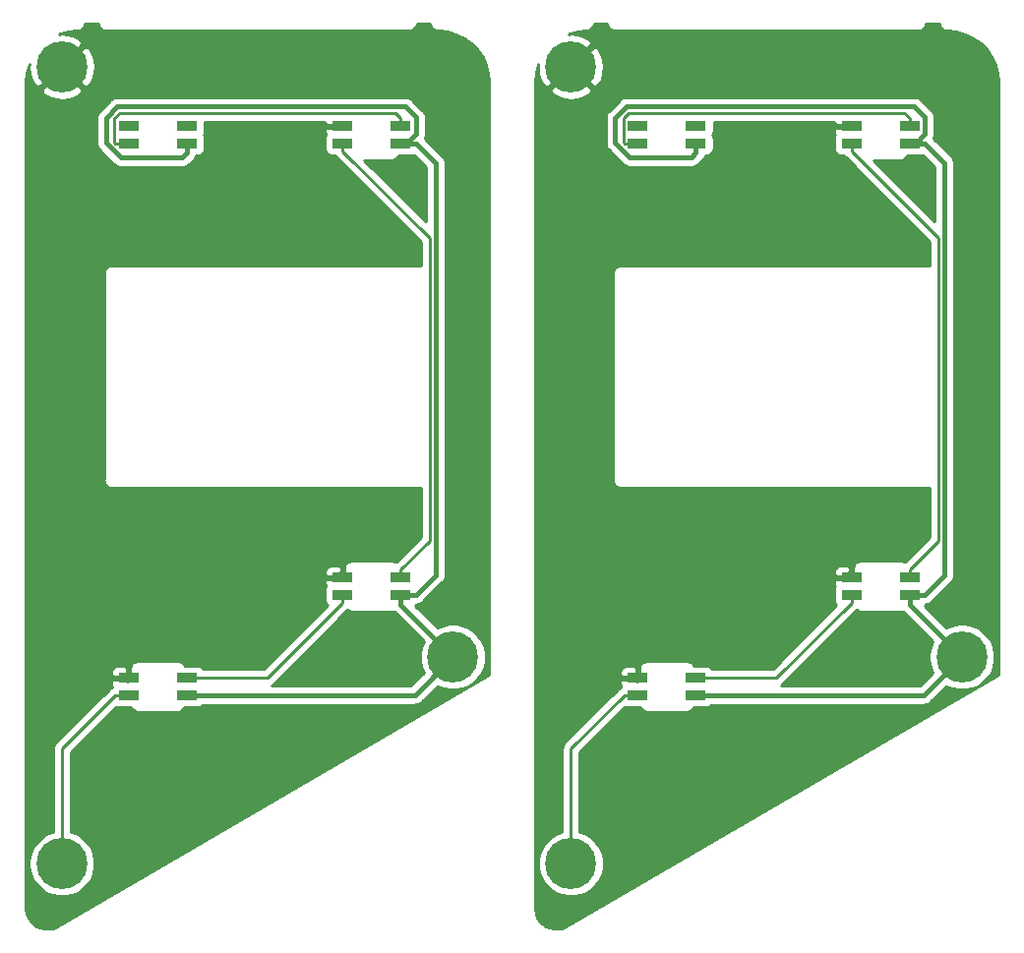
<source format=gbl>
G04 #@! TF.GenerationSoftware,KiCad,Pcbnew,5.1.5+dfsg1-2build2*
G04 #@! TF.CreationDate,2020-12-19T04:10:29+09:00*
G04 #@! TF.ProjectId,shield,73686965-6c64-42e6-9b69-6361645f7063,rev?*
G04 #@! TF.SameCoordinates,Original*
G04 #@! TF.FileFunction,Copper,L2,Bot*
G04 #@! TF.FilePolarity,Positive*
%FSLAX46Y46*%
G04 Gerber Fmt 4.6, Leading zero omitted, Abs format (unit mm)*
G04 Created by KiCad (PCBNEW 5.1.5+dfsg1-2build2) date 2020-12-19 04:10:29*
%MOMM*%
%LPD*%
G04 APERTURE LIST*
%ADD10R,1.800000X0.820000*%
%ADD11C,0.700000*%
%ADD12C,4.400000*%
%ADD13C,0.800000*%
%ADD14C,0.400000*%
%ADD15C,0.250000*%
%ADD16C,0.254000*%
G04 APERTURE END LIST*
D10*
X164425000Y-97905000D03*
X164425000Y-96405000D03*
X159425000Y-96405000D03*
X159425000Y-97905000D03*
D11*
X154836726Y-111228274D03*
X153670000Y-110745000D03*
X152503274Y-111228274D03*
X152020000Y-112395000D03*
X152503274Y-113561726D03*
X153670000Y-114045000D03*
X154836726Y-113561726D03*
X155320000Y-112395000D03*
D12*
X153670000Y-112395000D03*
X109855000Y-112395000D03*
D11*
X111505000Y-112395000D03*
X111021726Y-113561726D03*
X109855000Y-114045000D03*
X108688274Y-113561726D03*
X108205000Y-112395000D03*
X108688274Y-111228274D03*
X109855000Y-110745000D03*
X111021726Y-111228274D03*
D12*
X143510000Y-94615000D03*
D11*
X145160000Y-94615000D03*
X144676726Y-95781726D03*
X143510000Y-96265000D03*
X142343274Y-95781726D03*
X141860000Y-94615000D03*
X142343274Y-93448274D03*
X143510000Y-92965000D03*
X144676726Y-93448274D03*
D10*
X182840000Y-50407000D03*
X182840000Y-48907000D03*
X177840000Y-48907000D03*
X177840000Y-50407000D03*
D11*
X188491726Y-93448274D03*
X187325000Y-92965000D03*
X186158274Y-93448274D03*
X185675000Y-94615000D03*
X186158274Y-95781726D03*
X187325000Y-96265000D03*
X188491726Y-95781726D03*
X188975000Y-94615000D03*
D12*
X187325000Y-94615000D03*
D10*
X164425000Y-50407000D03*
X164425000Y-48907000D03*
X159425000Y-48907000D03*
X159425000Y-50407000D03*
X182840000Y-89269000D03*
X182840000Y-87769000D03*
X177840000Y-87769000D03*
X177840000Y-89269000D03*
X115610000Y-50407000D03*
X115610000Y-48907000D03*
X120610000Y-48907000D03*
X120610000Y-50407000D03*
X115610000Y-97905000D03*
X115610000Y-96405000D03*
X120610000Y-96405000D03*
X120610000Y-97905000D03*
X134025000Y-89269000D03*
X134025000Y-87769000D03*
X139025000Y-87769000D03*
X139025000Y-89269000D03*
D11*
X111021726Y-42648274D03*
X109855000Y-42165000D03*
X108688274Y-42648274D03*
X108205000Y-43815000D03*
X108688274Y-44981726D03*
X109855000Y-45465000D03*
X111021726Y-44981726D03*
X111505000Y-43815000D03*
D12*
X109855000Y-43815000D03*
X153670000Y-43815000D03*
D11*
X155320000Y-43815000D03*
X154836726Y-44981726D03*
X153670000Y-45465000D03*
X152503274Y-44981726D03*
X152020000Y-43815000D03*
X152503274Y-42648274D03*
X153670000Y-42165000D03*
X154836726Y-42648274D03*
D10*
X134025000Y-50407000D03*
X134025000Y-48907000D03*
X139025000Y-48907000D03*
X139025000Y-50407000D03*
D13*
X133985000Y-87630000D03*
X139700000Y-53340000D03*
X133985000Y-48895000D03*
X135255000Y-93980000D03*
X115570000Y-48895000D03*
X115570000Y-96520000D03*
X183515000Y-53340000D03*
X179070000Y-93980000D03*
X159385000Y-48895000D03*
X159385000Y-96520000D03*
X177800000Y-48895000D03*
X177800000Y-87630000D03*
D14*
X120610000Y-51217000D02*
X120209990Y-51617010D01*
X143510000Y-94615000D02*
X139025000Y-90130000D01*
X140325001Y-48176999D02*
X140325000Y-49597000D01*
X120610000Y-50407000D02*
X120610000Y-51217000D01*
X120209990Y-51617010D02*
X114927534Y-51617010D01*
X142022019Y-52104019D02*
X140325000Y-50407000D01*
X158447541Y-47246981D02*
X183209983Y-47246981D01*
X187325000Y-94615000D02*
X182840000Y-90130000D01*
X139394983Y-47246981D02*
X140325001Y-48176999D01*
X184035000Y-97905000D02*
X187325000Y-94615000D01*
X157480000Y-50354476D02*
X157480000Y-48214522D01*
X157480000Y-48214522D02*
X158447541Y-47246981D01*
X139025000Y-89269000D02*
X140325000Y-89269000D01*
X113665000Y-50354476D02*
X113665000Y-48214522D01*
X140220000Y-97905000D02*
X143510000Y-94615000D01*
X139025000Y-90130000D02*
X139025000Y-89269000D01*
X164425000Y-50407000D02*
X164425000Y-51217000D01*
X164425000Y-51217000D02*
X164024990Y-51617010D01*
X164024990Y-51617010D02*
X158742534Y-51617010D01*
X158742534Y-51617010D02*
X157480000Y-50354476D01*
X182840000Y-89269000D02*
X184140000Y-89269000D01*
X140325000Y-89269000D02*
X142022019Y-87571981D01*
X113665000Y-48214522D02*
X114632541Y-47246981D01*
X140325000Y-49597000D02*
X139515000Y-50407000D01*
X142022019Y-87571981D02*
X142022019Y-52104019D01*
X184140000Y-89269000D02*
X185837019Y-87571981D01*
X185837019Y-52104019D02*
X184140000Y-50407000D01*
X184140000Y-50407000D02*
X182840000Y-50407000D01*
X185837019Y-87571981D02*
X185837019Y-52104019D01*
X184140001Y-48176999D02*
X184140000Y-49597000D01*
X114632541Y-47246981D02*
X139394983Y-47246981D01*
X183330000Y-50407000D02*
X182840000Y-50407000D01*
X183209983Y-47246981D02*
X184140001Y-48176999D01*
X184140000Y-49597000D02*
X183330000Y-50407000D01*
X182840000Y-90130000D02*
X182840000Y-89269000D01*
X164425000Y-97905000D02*
X184035000Y-97905000D01*
X114927534Y-51617010D02*
X113665000Y-50354476D01*
X139515000Y-50407000D02*
X139025000Y-50407000D01*
X120610000Y-97905000D02*
X140220000Y-97905000D01*
X140325000Y-50407000D02*
X139025000Y-50407000D01*
D15*
X109855000Y-112395000D02*
X109855000Y-102510000D01*
X114460000Y-97905000D02*
X115610000Y-97905000D01*
X153670000Y-102510000D02*
X158275000Y-97905000D01*
X158275000Y-97905000D02*
X159425000Y-97905000D01*
X109855000Y-102510000D02*
X114460000Y-97905000D01*
X153670000Y-112395000D02*
X153670000Y-102510000D01*
X120610000Y-96405000D02*
X127549000Y-96405000D01*
X164425000Y-96405000D02*
X171364000Y-96405000D01*
X171364000Y-96405000D02*
X177840000Y-89929000D01*
X177840000Y-89929000D02*
X177840000Y-89269000D01*
X127549000Y-96405000D02*
X134025000Y-89929000D01*
X134025000Y-89929000D02*
X134025000Y-89269000D01*
X177840000Y-50407000D02*
X177840000Y-51067000D01*
X139025000Y-87109000D02*
X139025000Y-87769000D01*
X141497010Y-84636990D02*
X139025000Y-87109000D01*
X141497009Y-58539009D02*
X141497010Y-84636990D01*
X182840000Y-87109000D02*
X182840000Y-87769000D01*
X134025000Y-51067000D02*
X141497009Y-58539009D01*
X185312010Y-84636990D02*
X182840000Y-87109000D01*
X177840000Y-51067000D02*
X185312009Y-58539009D01*
X185312009Y-58539009D02*
X185312010Y-84636990D01*
X134025000Y-50407000D02*
X134025000Y-51067000D01*
X114460000Y-50407000D02*
X115610000Y-50407000D01*
X114384999Y-50331999D02*
X114460000Y-50407000D01*
X138549990Y-47771990D02*
X114850008Y-47771990D01*
X114850008Y-47771990D02*
X114384999Y-48236999D01*
X158199999Y-50331999D02*
X158275000Y-50407000D01*
X158275000Y-50407000D02*
X159425000Y-50407000D01*
X158665008Y-47771990D02*
X158199999Y-48236999D01*
X139025000Y-48907000D02*
X139025000Y-48247000D01*
X158199999Y-48236999D02*
X158199999Y-50331999D01*
X139025000Y-48247000D02*
X138549990Y-47771990D01*
X182840000Y-48907000D02*
X182840000Y-48247000D01*
X182840000Y-48247000D02*
X182364990Y-47771990D01*
X182364990Y-47771990D02*
X158665008Y-47771990D01*
X114384999Y-48236999D02*
X114384999Y-50331999D01*
D16*
G36*
X112965273Y-40144184D02*
G01*
X113005872Y-40278020D01*
X113071800Y-40401363D01*
X113160525Y-40509475D01*
X113268637Y-40598200D01*
X113391980Y-40664128D01*
X113525816Y-40704727D01*
X113630123Y-40715000D01*
X113665000Y-40718435D01*
X113699877Y-40715000D01*
X139665123Y-40715000D01*
X139700000Y-40718435D01*
X139734877Y-40715000D01*
X139839184Y-40704727D01*
X139973020Y-40664128D01*
X140096363Y-40598200D01*
X140204475Y-40509475D01*
X140293200Y-40401363D01*
X140359128Y-40278020D01*
X140399727Y-40144184D01*
X140400927Y-40132000D01*
X141539074Y-40132000D01*
X141540274Y-40144184D01*
X141580873Y-40278020D01*
X141646801Y-40401363D01*
X141735526Y-40509475D01*
X141843638Y-40598200D01*
X141966981Y-40664128D01*
X142100817Y-40704727D01*
X142240000Y-40718435D01*
X142243266Y-40718113D01*
X143013358Y-40786842D01*
X143762277Y-40991723D01*
X144463072Y-41325986D01*
X145093605Y-41779069D01*
X145633934Y-42336645D01*
X146066989Y-42981099D01*
X146379073Y-43692044D01*
X146561640Y-44452493D01*
X146610001Y-45111044D01*
X146610000Y-96112423D01*
X109412854Y-117834551D01*
X109068992Y-117966307D01*
X108717664Y-118026772D01*
X108361289Y-118017844D01*
X108013433Y-117939867D01*
X107687348Y-117795808D01*
X107395451Y-117591154D01*
X107148870Y-117333708D01*
X106956986Y-117033264D01*
X106827114Y-116701275D01*
X106760547Y-116330011D01*
X106755000Y-116190847D01*
X106755000Y-112115777D01*
X107020000Y-112115777D01*
X107020000Y-112674223D01*
X107128948Y-113221939D01*
X107342656Y-113737876D01*
X107652912Y-114202207D01*
X108047793Y-114597088D01*
X108512124Y-114907344D01*
X109028061Y-115121052D01*
X109575777Y-115230000D01*
X110134223Y-115230000D01*
X110681939Y-115121052D01*
X111197876Y-114907344D01*
X111662207Y-114597088D01*
X112057088Y-114202207D01*
X112367344Y-113737876D01*
X112581052Y-113221939D01*
X112690000Y-112674223D01*
X112690000Y-112115777D01*
X112581052Y-111568061D01*
X112367344Y-111052124D01*
X112057088Y-110587793D01*
X111662207Y-110192912D01*
X111197876Y-109882656D01*
X110681939Y-109668948D01*
X110615000Y-109655633D01*
X110615000Y-102824801D01*
X114519130Y-98920673D01*
X114585518Y-98940812D01*
X114710000Y-98953072D01*
X115781272Y-98953072D01*
X115829333Y-99042989D01*
X115916183Y-99148817D01*
X116022011Y-99235667D01*
X116142748Y-99300202D01*
X116273756Y-99339943D01*
X116410000Y-99353362D01*
X116444134Y-99350000D01*
X119775866Y-99350000D01*
X119810000Y-99353362D01*
X119946244Y-99339943D01*
X120077252Y-99300202D01*
X120197989Y-99235667D01*
X120303817Y-99148817D01*
X120390667Y-99042989D01*
X120438728Y-98953072D01*
X121510000Y-98953072D01*
X121634482Y-98940812D01*
X121754180Y-98904502D01*
X121864494Y-98845537D01*
X121961185Y-98766185D01*
X121982674Y-98740000D01*
X140178982Y-98740000D01*
X140220000Y-98744040D01*
X140261018Y-98740000D01*
X140261019Y-98740000D01*
X140383689Y-98727918D01*
X140541087Y-98680172D01*
X140686146Y-98602636D01*
X140813291Y-98498291D01*
X140839446Y-98466421D01*
X142175185Y-97130683D01*
X142683061Y-97341052D01*
X143230777Y-97450000D01*
X143789223Y-97450000D01*
X144336939Y-97341052D01*
X144852876Y-97127344D01*
X145317207Y-96817088D01*
X145712088Y-96422207D01*
X146022344Y-95957876D01*
X146236052Y-95441939D01*
X146345000Y-94894223D01*
X146345000Y-94335777D01*
X146236052Y-93788061D01*
X146022344Y-93272124D01*
X145712088Y-92807793D01*
X145317207Y-92412912D01*
X144852876Y-92102656D01*
X144336939Y-91888948D01*
X143789223Y-91780000D01*
X143230777Y-91780000D01*
X142683061Y-91888948D01*
X142175185Y-92099317D01*
X140282740Y-90206873D01*
X140376185Y-90130185D01*
X140400458Y-90100608D01*
X140488689Y-90091918D01*
X140646087Y-90044172D01*
X140791146Y-89966636D01*
X140918291Y-89862291D01*
X140944446Y-89830421D01*
X142583447Y-88191421D01*
X142615310Y-88165272D01*
X142719655Y-88038127D01*
X142797191Y-87893068D01*
X142844937Y-87735670D01*
X142857019Y-87613000D01*
X142857019Y-87612990D01*
X142861058Y-87571982D01*
X142857019Y-87530974D01*
X142857019Y-52145026D01*
X142861058Y-52104018D01*
X142857019Y-52063010D01*
X142857019Y-52063000D01*
X142844937Y-51940330D01*
X142797191Y-51782932D01*
X142719655Y-51637873D01*
X142615310Y-51510728D01*
X142583445Y-51484578D01*
X141071185Y-49972318D01*
X141100172Y-49918087D01*
X141147918Y-49760689D01*
X141164040Y-49597000D01*
X141159999Y-49555973D01*
X141160001Y-48218018D01*
X141164041Y-48176998D01*
X141147919Y-48013310D01*
X141100173Y-47855912D01*
X141022637Y-47710853D01*
X140944439Y-47615569D01*
X140944438Y-47615568D01*
X140918292Y-47583709D01*
X140886433Y-47557563D01*
X140014429Y-46685560D01*
X139988274Y-46653690D01*
X139861129Y-46549345D01*
X139716070Y-46471809D01*
X139558672Y-46424063D01*
X139436002Y-46411981D01*
X139436001Y-46411981D01*
X139394983Y-46407941D01*
X139353965Y-46411981D01*
X114673559Y-46411981D01*
X114632541Y-46407941D01*
X114591523Y-46411981D01*
X114591522Y-46411981D01*
X114468852Y-46424063D01*
X114412926Y-46441028D01*
X114311454Y-46471809D01*
X114166395Y-46549345D01*
X114097384Y-46605981D01*
X114039250Y-46653690D01*
X114013104Y-46685549D01*
X113103574Y-47595081D01*
X113071710Y-47621231D01*
X112996294Y-47713126D01*
X112967364Y-47748377D01*
X112889828Y-47893436D01*
X112842082Y-48050834D01*
X112825960Y-48214522D01*
X112830001Y-48255550D01*
X112830000Y-50313457D01*
X112825960Y-50354476D01*
X112836550Y-50462000D01*
X112842082Y-50518164D01*
X112889828Y-50675562D01*
X112967364Y-50820621D01*
X113071709Y-50947767D01*
X113103578Y-50973921D01*
X114308097Y-52178442D01*
X114334243Y-52210301D01*
X114461388Y-52314646D01*
X114606447Y-52392182D01*
X114763845Y-52439928D01*
X114886515Y-52452010D01*
X114886516Y-52452010D01*
X114927534Y-52456050D01*
X114968552Y-52452010D01*
X120168972Y-52452010D01*
X120209990Y-52456050D01*
X120251008Y-52452010D01*
X120251009Y-52452010D01*
X120373679Y-52439928D01*
X120531077Y-52392182D01*
X120676136Y-52314646D01*
X120803281Y-52210301D01*
X120829435Y-52178432D01*
X121171426Y-51836442D01*
X121203291Y-51810291D01*
X121307636Y-51683146D01*
X121385172Y-51538087D01*
X121410354Y-51455072D01*
X121510000Y-51455072D01*
X121634482Y-51442812D01*
X121754180Y-51406502D01*
X121864494Y-51347537D01*
X121961185Y-51268185D01*
X122040537Y-51171494D01*
X122099502Y-51061180D01*
X122135812Y-50941482D01*
X122148072Y-50817000D01*
X122148072Y-49997000D01*
X122135812Y-49872518D01*
X122099502Y-49752820D01*
X122048284Y-49657000D01*
X122099502Y-49561180D01*
X122135812Y-49441482D01*
X122148072Y-49317000D01*
X122148072Y-48531990D01*
X132487793Y-48531990D01*
X132490000Y-48621250D01*
X132648750Y-48780000D01*
X133898000Y-48780000D01*
X133898000Y-48760000D01*
X134130001Y-48760000D01*
X134130001Y-49054000D01*
X133898000Y-49054000D01*
X133898000Y-49034000D01*
X132648750Y-49034000D01*
X132490000Y-49192750D01*
X132486928Y-49317000D01*
X132499188Y-49441482D01*
X132535498Y-49561180D01*
X132586716Y-49657000D01*
X132535498Y-49752820D01*
X132499188Y-49872518D01*
X132486928Y-49997000D01*
X132486928Y-50817000D01*
X132499188Y-50941482D01*
X132535498Y-51061180D01*
X132594463Y-51171494D01*
X132673815Y-51268185D01*
X132770506Y-51347537D01*
X132880820Y-51406502D01*
X133000518Y-51442812D01*
X133125000Y-51455072D01*
X133370674Y-51455072D01*
X133390026Y-51491276D01*
X133432138Y-51542589D01*
X133485000Y-51607001D01*
X133513998Y-51630799D01*
X140737009Y-58853812D01*
X140737009Y-60885000D01*
X114207877Y-60885000D01*
X114173000Y-60881565D01*
X114138123Y-60885000D01*
X114033816Y-60895273D01*
X113899980Y-60935872D01*
X113776637Y-61001800D01*
X113668525Y-61090525D01*
X113579800Y-61198637D01*
X113513872Y-61321980D01*
X113473273Y-61455816D01*
X113459565Y-61595000D01*
X113463000Y-61629877D01*
X113463001Y-79340113D01*
X113459565Y-79375000D01*
X113473273Y-79514184D01*
X113513872Y-79648020D01*
X113579800Y-79771363D01*
X113668525Y-79879475D01*
X113776637Y-79968200D01*
X113899980Y-80034128D01*
X114033816Y-80074727D01*
X114138123Y-80085000D01*
X114173000Y-80088435D01*
X114207877Y-80085000D01*
X140737011Y-80085000D01*
X140737011Y-84322187D01*
X138617315Y-86441884D01*
X138612989Y-86438333D01*
X138492252Y-86373798D01*
X138361244Y-86334057D01*
X138259135Y-86324000D01*
X138259134Y-86324000D01*
X138225000Y-86320638D01*
X138190865Y-86324000D01*
X134859135Y-86324000D01*
X134825000Y-86320638D01*
X134790866Y-86324000D01*
X134790865Y-86324000D01*
X134688756Y-86334057D01*
X134557748Y-86373798D01*
X134437011Y-86438333D01*
X134331183Y-86525183D01*
X134244333Y-86631011D01*
X134179798Y-86751748D01*
X134140057Y-86882756D01*
X134126638Y-87019000D01*
X134130001Y-87053145D01*
X134130001Y-87916000D01*
X133898000Y-87916000D01*
X133898000Y-87896000D01*
X132648750Y-87896000D01*
X132490000Y-88054750D01*
X132486928Y-88179000D01*
X132499188Y-88303482D01*
X132535498Y-88423180D01*
X132586716Y-88519000D01*
X132535498Y-88614820D01*
X132499188Y-88734518D01*
X132486928Y-88859000D01*
X132486928Y-89679000D01*
X132499188Y-89803482D01*
X132535498Y-89923180D01*
X132594463Y-90033494D01*
X132673815Y-90130185D01*
X132715117Y-90164081D01*
X127234199Y-95645000D01*
X122042939Y-95645000D01*
X122040537Y-95640506D01*
X121961185Y-95543815D01*
X121864494Y-95464463D01*
X121754180Y-95405498D01*
X121634482Y-95369188D01*
X121510000Y-95356928D01*
X120438728Y-95356928D01*
X120390667Y-95267011D01*
X120303817Y-95161183D01*
X120197989Y-95074333D01*
X120077252Y-95009798D01*
X119946244Y-94970057D01*
X119844135Y-94960000D01*
X119844134Y-94960000D01*
X119810000Y-94956638D01*
X119775865Y-94960000D01*
X116444135Y-94960000D01*
X116410000Y-94956638D01*
X116375866Y-94960000D01*
X116375865Y-94960000D01*
X116273756Y-94970057D01*
X116142748Y-95009798D01*
X116022011Y-95074333D01*
X115916183Y-95161183D01*
X115829333Y-95267011D01*
X115764798Y-95387748D01*
X115725057Y-95518756D01*
X115711638Y-95655000D01*
X115715001Y-95689145D01*
X115715001Y-96552000D01*
X115483000Y-96552000D01*
X115483000Y-96532000D01*
X114233750Y-96532000D01*
X114075000Y-96690750D01*
X114071928Y-96815000D01*
X114084188Y-96939482D01*
X114120498Y-97059180D01*
X114171716Y-97155000D01*
X114140035Y-97214270D01*
X114035724Y-97270026D01*
X114035722Y-97270027D01*
X114035723Y-97270027D01*
X113948996Y-97341201D01*
X113948992Y-97341205D01*
X113919999Y-97364999D01*
X113896205Y-97393992D01*
X109343998Y-101946201D01*
X109315000Y-101969999D01*
X109291202Y-101998997D01*
X109291201Y-101998998D01*
X109220026Y-102085724D01*
X109149454Y-102217754D01*
X109105998Y-102361015D01*
X109091324Y-102510000D01*
X109095001Y-102547332D01*
X109095000Y-109655633D01*
X109028061Y-109668948D01*
X108512124Y-109882656D01*
X108047793Y-110192912D01*
X107652912Y-110587793D01*
X107342656Y-111052124D01*
X107128948Y-111568061D01*
X107020000Y-112115777D01*
X106755000Y-112115777D01*
X106755000Y-95995000D01*
X114071928Y-95995000D01*
X114075000Y-96119250D01*
X114233750Y-96278000D01*
X115483000Y-96278000D01*
X115483000Y-95518750D01*
X115324250Y-95360000D01*
X114710000Y-95356928D01*
X114585518Y-95369188D01*
X114465820Y-95405498D01*
X114355506Y-95464463D01*
X114258815Y-95543815D01*
X114179463Y-95640506D01*
X114120498Y-95750820D01*
X114084188Y-95870518D01*
X114071928Y-95995000D01*
X106755000Y-95995000D01*
X106755000Y-87359000D01*
X132486928Y-87359000D01*
X132490000Y-87483250D01*
X132648750Y-87642000D01*
X133898000Y-87642000D01*
X133898000Y-86882750D01*
X133739250Y-86724000D01*
X133125000Y-86720928D01*
X133000518Y-86733188D01*
X132880820Y-86769498D01*
X132770506Y-86828463D01*
X132673815Y-86907815D01*
X132594463Y-87004506D01*
X132535498Y-87114820D01*
X132499188Y-87234518D01*
X132486928Y-87359000D01*
X106755000Y-87359000D01*
X106755000Y-45804775D01*
X108044830Y-45804775D01*
X108284976Y-46192018D01*
X108778877Y-46452641D01*
X109314133Y-46611901D01*
X109870174Y-46663678D01*
X110425632Y-46605981D01*
X110959161Y-46441028D01*
X111425024Y-46192018D01*
X111665170Y-45804775D01*
X109855000Y-43994605D01*
X108044830Y-45804775D01*
X106755000Y-45804775D01*
X106755000Y-45116618D01*
X106826842Y-44311642D01*
X107030970Y-43565474D01*
X107006322Y-43830174D01*
X107064019Y-44385632D01*
X107228972Y-44919161D01*
X107477982Y-45385024D01*
X107865225Y-45625170D01*
X109675395Y-43815000D01*
X110034605Y-43815000D01*
X111844775Y-45625170D01*
X112232018Y-45385024D01*
X112492641Y-44891123D01*
X112651901Y-44355867D01*
X112703678Y-43799826D01*
X112645981Y-43244368D01*
X112481028Y-42710839D01*
X112232018Y-42244976D01*
X111844775Y-42004830D01*
X110034605Y-43815000D01*
X109675395Y-43815000D01*
X109661253Y-43800858D01*
X109840858Y-43621253D01*
X109855000Y-43635395D01*
X111665170Y-41825225D01*
X111425024Y-41437982D01*
X110931123Y-41177359D01*
X110395867Y-41018099D01*
X109839826Y-40966322D01*
X109637773Y-40987310D01*
X109732044Y-40945927D01*
X110492493Y-40763360D01*
X111116139Y-40717562D01*
X111125000Y-40718435D01*
X111264183Y-40704727D01*
X111398019Y-40664128D01*
X111521362Y-40598200D01*
X111629474Y-40509475D01*
X111718200Y-40401363D01*
X111784128Y-40278020D01*
X111824727Y-40144184D01*
X111825927Y-40132000D01*
X112964073Y-40132000D01*
X112965273Y-40144184D01*
G37*
X112965273Y-40144184D02*
X113005872Y-40278020D01*
X113071800Y-40401363D01*
X113160525Y-40509475D01*
X113268637Y-40598200D01*
X113391980Y-40664128D01*
X113525816Y-40704727D01*
X113630123Y-40715000D01*
X113665000Y-40718435D01*
X113699877Y-40715000D01*
X139665123Y-40715000D01*
X139700000Y-40718435D01*
X139734877Y-40715000D01*
X139839184Y-40704727D01*
X139973020Y-40664128D01*
X140096363Y-40598200D01*
X140204475Y-40509475D01*
X140293200Y-40401363D01*
X140359128Y-40278020D01*
X140399727Y-40144184D01*
X140400927Y-40132000D01*
X141539074Y-40132000D01*
X141540274Y-40144184D01*
X141580873Y-40278020D01*
X141646801Y-40401363D01*
X141735526Y-40509475D01*
X141843638Y-40598200D01*
X141966981Y-40664128D01*
X142100817Y-40704727D01*
X142240000Y-40718435D01*
X142243266Y-40718113D01*
X143013358Y-40786842D01*
X143762277Y-40991723D01*
X144463072Y-41325986D01*
X145093605Y-41779069D01*
X145633934Y-42336645D01*
X146066989Y-42981099D01*
X146379073Y-43692044D01*
X146561640Y-44452493D01*
X146610001Y-45111044D01*
X146610000Y-96112423D01*
X109412854Y-117834551D01*
X109068992Y-117966307D01*
X108717664Y-118026772D01*
X108361289Y-118017844D01*
X108013433Y-117939867D01*
X107687348Y-117795808D01*
X107395451Y-117591154D01*
X107148870Y-117333708D01*
X106956986Y-117033264D01*
X106827114Y-116701275D01*
X106760547Y-116330011D01*
X106755000Y-116190847D01*
X106755000Y-112115777D01*
X107020000Y-112115777D01*
X107020000Y-112674223D01*
X107128948Y-113221939D01*
X107342656Y-113737876D01*
X107652912Y-114202207D01*
X108047793Y-114597088D01*
X108512124Y-114907344D01*
X109028061Y-115121052D01*
X109575777Y-115230000D01*
X110134223Y-115230000D01*
X110681939Y-115121052D01*
X111197876Y-114907344D01*
X111662207Y-114597088D01*
X112057088Y-114202207D01*
X112367344Y-113737876D01*
X112581052Y-113221939D01*
X112690000Y-112674223D01*
X112690000Y-112115777D01*
X112581052Y-111568061D01*
X112367344Y-111052124D01*
X112057088Y-110587793D01*
X111662207Y-110192912D01*
X111197876Y-109882656D01*
X110681939Y-109668948D01*
X110615000Y-109655633D01*
X110615000Y-102824801D01*
X114519130Y-98920673D01*
X114585518Y-98940812D01*
X114710000Y-98953072D01*
X115781272Y-98953072D01*
X115829333Y-99042989D01*
X115916183Y-99148817D01*
X116022011Y-99235667D01*
X116142748Y-99300202D01*
X116273756Y-99339943D01*
X116410000Y-99353362D01*
X116444134Y-99350000D01*
X119775866Y-99350000D01*
X119810000Y-99353362D01*
X119946244Y-99339943D01*
X120077252Y-99300202D01*
X120197989Y-99235667D01*
X120303817Y-99148817D01*
X120390667Y-99042989D01*
X120438728Y-98953072D01*
X121510000Y-98953072D01*
X121634482Y-98940812D01*
X121754180Y-98904502D01*
X121864494Y-98845537D01*
X121961185Y-98766185D01*
X121982674Y-98740000D01*
X140178982Y-98740000D01*
X140220000Y-98744040D01*
X140261018Y-98740000D01*
X140261019Y-98740000D01*
X140383689Y-98727918D01*
X140541087Y-98680172D01*
X140686146Y-98602636D01*
X140813291Y-98498291D01*
X140839446Y-98466421D01*
X142175185Y-97130683D01*
X142683061Y-97341052D01*
X143230777Y-97450000D01*
X143789223Y-97450000D01*
X144336939Y-97341052D01*
X144852876Y-97127344D01*
X145317207Y-96817088D01*
X145712088Y-96422207D01*
X146022344Y-95957876D01*
X146236052Y-95441939D01*
X146345000Y-94894223D01*
X146345000Y-94335777D01*
X146236052Y-93788061D01*
X146022344Y-93272124D01*
X145712088Y-92807793D01*
X145317207Y-92412912D01*
X144852876Y-92102656D01*
X144336939Y-91888948D01*
X143789223Y-91780000D01*
X143230777Y-91780000D01*
X142683061Y-91888948D01*
X142175185Y-92099317D01*
X140282740Y-90206873D01*
X140376185Y-90130185D01*
X140400458Y-90100608D01*
X140488689Y-90091918D01*
X140646087Y-90044172D01*
X140791146Y-89966636D01*
X140918291Y-89862291D01*
X140944446Y-89830421D01*
X142583447Y-88191421D01*
X142615310Y-88165272D01*
X142719655Y-88038127D01*
X142797191Y-87893068D01*
X142844937Y-87735670D01*
X142857019Y-87613000D01*
X142857019Y-87612990D01*
X142861058Y-87571982D01*
X142857019Y-87530974D01*
X142857019Y-52145026D01*
X142861058Y-52104018D01*
X142857019Y-52063010D01*
X142857019Y-52063000D01*
X142844937Y-51940330D01*
X142797191Y-51782932D01*
X142719655Y-51637873D01*
X142615310Y-51510728D01*
X142583445Y-51484578D01*
X141071185Y-49972318D01*
X141100172Y-49918087D01*
X141147918Y-49760689D01*
X141164040Y-49597000D01*
X141159999Y-49555973D01*
X141160001Y-48218018D01*
X141164041Y-48176998D01*
X141147919Y-48013310D01*
X141100173Y-47855912D01*
X141022637Y-47710853D01*
X140944439Y-47615569D01*
X140944438Y-47615568D01*
X140918292Y-47583709D01*
X140886433Y-47557563D01*
X140014429Y-46685560D01*
X139988274Y-46653690D01*
X139861129Y-46549345D01*
X139716070Y-46471809D01*
X139558672Y-46424063D01*
X139436002Y-46411981D01*
X139436001Y-46411981D01*
X139394983Y-46407941D01*
X139353965Y-46411981D01*
X114673559Y-46411981D01*
X114632541Y-46407941D01*
X114591523Y-46411981D01*
X114591522Y-46411981D01*
X114468852Y-46424063D01*
X114412926Y-46441028D01*
X114311454Y-46471809D01*
X114166395Y-46549345D01*
X114097384Y-46605981D01*
X114039250Y-46653690D01*
X114013104Y-46685549D01*
X113103574Y-47595081D01*
X113071710Y-47621231D01*
X112996294Y-47713126D01*
X112967364Y-47748377D01*
X112889828Y-47893436D01*
X112842082Y-48050834D01*
X112825960Y-48214522D01*
X112830001Y-48255550D01*
X112830000Y-50313457D01*
X112825960Y-50354476D01*
X112836550Y-50462000D01*
X112842082Y-50518164D01*
X112889828Y-50675562D01*
X112967364Y-50820621D01*
X113071709Y-50947767D01*
X113103578Y-50973921D01*
X114308097Y-52178442D01*
X114334243Y-52210301D01*
X114461388Y-52314646D01*
X114606447Y-52392182D01*
X114763845Y-52439928D01*
X114886515Y-52452010D01*
X114886516Y-52452010D01*
X114927534Y-52456050D01*
X114968552Y-52452010D01*
X120168972Y-52452010D01*
X120209990Y-52456050D01*
X120251008Y-52452010D01*
X120251009Y-52452010D01*
X120373679Y-52439928D01*
X120531077Y-52392182D01*
X120676136Y-52314646D01*
X120803281Y-52210301D01*
X120829435Y-52178432D01*
X121171426Y-51836442D01*
X121203291Y-51810291D01*
X121307636Y-51683146D01*
X121385172Y-51538087D01*
X121410354Y-51455072D01*
X121510000Y-51455072D01*
X121634482Y-51442812D01*
X121754180Y-51406502D01*
X121864494Y-51347537D01*
X121961185Y-51268185D01*
X122040537Y-51171494D01*
X122099502Y-51061180D01*
X122135812Y-50941482D01*
X122148072Y-50817000D01*
X122148072Y-49997000D01*
X122135812Y-49872518D01*
X122099502Y-49752820D01*
X122048284Y-49657000D01*
X122099502Y-49561180D01*
X122135812Y-49441482D01*
X122148072Y-49317000D01*
X122148072Y-48531990D01*
X132487793Y-48531990D01*
X132490000Y-48621250D01*
X132648750Y-48780000D01*
X133898000Y-48780000D01*
X133898000Y-48760000D01*
X134130001Y-48760000D01*
X134130001Y-49054000D01*
X133898000Y-49054000D01*
X133898000Y-49034000D01*
X132648750Y-49034000D01*
X132490000Y-49192750D01*
X132486928Y-49317000D01*
X132499188Y-49441482D01*
X132535498Y-49561180D01*
X132586716Y-49657000D01*
X132535498Y-49752820D01*
X132499188Y-49872518D01*
X132486928Y-49997000D01*
X132486928Y-50817000D01*
X132499188Y-50941482D01*
X132535498Y-51061180D01*
X132594463Y-51171494D01*
X132673815Y-51268185D01*
X132770506Y-51347537D01*
X132880820Y-51406502D01*
X133000518Y-51442812D01*
X133125000Y-51455072D01*
X133370674Y-51455072D01*
X133390026Y-51491276D01*
X133432138Y-51542589D01*
X133485000Y-51607001D01*
X133513998Y-51630799D01*
X140737009Y-58853812D01*
X140737009Y-60885000D01*
X114207877Y-60885000D01*
X114173000Y-60881565D01*
X114138123Y-60885000D01*
X114033816Y-60895273D01*
X113899980Y-60935872D01*
X113776637Y-61001800D01*
X113668525Y-61090525D01*
X113579800Y-61198637D01*
X113513872Y-61321980D01*
X113473273Y-61455816D01*
X113459565Y-61595000D01*
X113463000Y-61629877D01*
X113463001Y-79340113D01*
X113459565Y-79375000D01*
X113473273Y-79514184D01*
X113513872Y-79648020D01*
X113579800Y-79771363D01*
X113668525Y-79879475D01*
X113776637Y-79968200D01*
X113899980Y-80034128D01*
X114033816Y-80074727D01*
X114138123Y-80085000D01*
X114173000Y-80088435D01*
X114207877Y-80085000D01*
X140737011Y-80085000D01*
X140737011Y-84322187D01*
X138617315Y-86441884D01*
X138612989Y-86438333D01*
X138492252Y-86373798D01*
X138361244Y-86334057D01*
X138259135Y-86324000D01*
X138259134Y-86324000D01*
X138225000Y-86320638D01*
X138190865Y-86324000D01*
X134859135Y-86324000D01*
X134825000Y-86320638D01*
X134790866Y-86324000D01*
X134790865Y-86324000D01*
X134688756Y-86334057D01*
X134557748Y-86373798D01*
X134437011Y-86438333D01*
X134331183Y-86525183D01*
X134244333Y-86631011D01*
X134179798Y-86751748D01*
X134140057Y-86882756D01*
X134126638Y-87019000D01*
X134130001Y-87053145D01*
X134130001Y-87916000D01*
X133898000Y-87916000D01*
X133898000Y-87896000D01*
X132648750Y-87896000D01*
X132490000Y-88054750D01*
X132486928Y-88179000D01*
X132499188Y-88303482D01*
X132535498Y-88423180D01*
X132586716Y-88519000D01*
X132535498Y-88614820D01*
X132499188Y-88734518D01*
X132486928Y-88859000D01*
X132486928Y-89679000D01*
X132499188Y-89803482D01*
X132535498Y-89923180D01*
X132594463Y-90033494D01*
X132673815Y-90130185D01*
X132715117Y-90164081D01*
X127234199Y-95645000D01*
X122042939Y-95645000D01*
X122040537Y-95640506D01*
X121961185Y-95543815D01*
X121864494Y-95464463D01*
X121754180Y-95405498D01*
X121634482Y-95369188D01*
X121510000Y-95356928D01*
X120438728Y-95356928D01*
X120390667Y-95267011D01*
X120303817Y-95161183D01*
X120197989Y-95074333D01*
X120077252Y-95009798D01*
X119946244Y-94970057D01*
X119844135Y-94960000D01*
X119844134Y-94960000D01*
X119810000Y-94956638D01*
X119775865Y-94960000D01*
X116444135Y-94960000D01*
X116410000Y-94956638D01*
X116375866Y-94960000D01*
X116375865Y-94960000D01*
X116273756Y-94970057D01*
X116142748Y-95009798D01*
X116022011Y-95074333D01*
X115916183Y-95161183D01*
X115829333Y-95267011D01*
X115764798Y-95387748D01*
X115725057Y-95518756D01*
X115711638Y-95655000D01*
X115715001Y-95689145D01*
X115715001Y-96552000D01*
X115483000Y-96552000D01*
X115483000Y-96532000D01*
X114233750Y-96532000D01*
X114075000Y-96690750D01*
X114071928Y-96815000D01*
X114084188Y-96939482D01*
X114120498Y-97059180D01*
X114171716Y-97155000D01*
X114140035Y-97214270D01*
X114035724Y-97270026D01*
X114035722Y-97270027D01*
X114035723Y-97270027D01*
X113948996Y-97341201D01*
X113948992Y-97341205D01*
X113919999Y-97364999D01*
X113896205Y-97393992D01*
X109343998Y-101946201D01*
X109315000Y-101969999D01*
X109291202Y-101998997D01*
X109291201Y-101998998D01*
X109220026Y-102085724D01*
X109149454Y-102217754D01*
X109105998Y-102361015D01*
X109091324Y-102510000D01*
X109095001Y-102547332D01*
X109095000Y-109655633D01*
X109028061Y-109668948D01*
X108512124Y-109882656D01*
X108047793Y-110192912D01*
X107652912Y-110587793D01*
X107342656Y-111052124D01*
X107128948Y-111568061D01*
X107020000Y-112115777D01*
X106755000Y-112115777D01*
X106755000Y-95995000D01*
X114071928Y-95995000D01*
X114075000Y-96119250D01*
X114233750Y-96278000D01*
X115483000Y-96278000D01*
X115483000Y-95518750D01*
X115324250Y-95360000D01*
X114710000Y-95356928D01*
X114585518Y-95369188D01*
X114465820Y-95405498D01*
X114355506Y-95464463D01*
X114258815Y-95543815D01*
X114179463Y-95640506D01*
X114120498Y-95750820D01*
X114084188Y-95870518D01*
X114071928Y-95995000D01*
X106755000Y-95995000D01*
X106755000Y-87359000D01*
X132486928Y-87359000D01*
X132490000Y-87483250D01*
X132648750Y-87642000D01*
X133898000Y-87642000D01*
X133898000Y-86882750D01*
X133739250Y-86724000D01*
X133125000Y-86720928D01*
X133000518Y-86733188D01*
X132880820Y-86769498D01*
X132770506Y-86828463D01*
X132673815Y-86907815D01*
X132594463Y-87004506D01*
X132535498Y-87114820D01*
X132499188Y-87234518D01*
X132486928Y-87359000D01*
X106755000Y-87359000D01*
X106755000Y-45804775D01*
X108044830Y-45804775D01*
X108284976Y-46192018D01*
X108778877Y-46452641D01*
X109314133Y-46611901D01*
X109870174Y-46663678D01*
X110425632Y-46605981D01*
X110959161Y-46441028D01*
X111425024Y-46192018D01*
X111665170Y-45804775D01*
X109855000Y-43994605D01*
X108044830Y-45804775D01*
X106755000Y-45804775D01*
X106755000Y-45116618D01*
X106826842Y-44311642D01*
X107030970Y-43565474D01*
X107006322Y-43830174D01*
X107064019Y-44385632D01*
X107228972Y-44919161D01*
X107477982Y-45385024D01*
X107865225Y-45625170D01*
X109675395Y-43815000D01*
X110034605Y-43815000D01*
X111844775Y-45625170D01*
X112232018Y-45385024D01*
X112492641Y-44891123D01*
X112651901Y-44355867D01*
X112703678Y-43799826D01*
X112645981Y-43244368D01*
X112481028Y-42710839D01*
X112232018Y-42244976D01*
X111844775Y-42004830D01*
X110034605Y-43815000D01*
X109675395Y-43815000D01*
X109661253Y-43800858D01*
X109840858Y-43621253D01*
X109855000Y-43635395D01*
X111665170Y-41825225D01*
X111425024Y-41437982D01*
X110931123Y-41177359D01*
X110395867Y-41018099D01*
X109839826Y-40966322D01*
X109637773Y-40987310D01*
X109732044Y-40945927D01*
X110492493Y-40763360D01*
X111116139Y-40717562D01*
X111125000Y-40718435D01*
X111264183Y-40704727D01*
X111398019Y-40664128D01*
X111521362Y-40598200D01*
X111629474Y-40509475D01*
X111718200Y-40401363D01*
X111784128Y-40278020D01*
X111824727Y-40144184D01*
X111825927Y-40132000D01*
X112964073Y-40132000D01*
X112965273Y-40144184D01*
G36*
X134437011Y-90599667D02*
G01*
X134557748Y-90664202D01*
X134688756Y-90703943D01*
X134825000Y-90717362D01*
X134859134Y-90714000D01*
X138190866Y-90714000D01*
X138225000Y-90717362D01*
X138361244Y-90703943D01*
X138404950Y-90690685D01*
X138431709Y-90723291D01*
X138463579Y-90749446D01*
X140994317Y-93280185D01*
X140783948Y-93788061D01*
X140675000Y-94335777D01*
X140675000Y-94894223D01*
X140783948Y-95441939D01*
X140994317Y-95949815D01*
X139874133Y-97070000D01*
X127917102Y-97070000D01*
X127973276Y-97039974D01*
X128089001Y-96945001D01*
X128112804Y-96915997D01*
X134432685Y-90596117D01*
X134437011Y-90599667D01*
G37*
X134437011Y-90599667D02*
X134557748Y-90664202D01*
X134688756Y-90703943D01*
X134825000Y-90717362D01*
X134859134Y-90714000D01*
X138190866Y-90714000D01*
X138225000Y-90717362D01*
X138361244Y-90703943D01*
X138404950Y-90690685D01*
X138431709Y-90723291D01*
X138463579Y-90749446D01*
X140994317Y-93280185D01*
X140783948Y-93788061D01*
X140675000Y-94335777D01*
X140675000Y-94894223D01*
X140783948Y-95441939D01*
X140994317Y-95949815D01*
X139874133Y-97070000D01*
X127917102Y-97070000D01*
X127973276Y-97039974D01*
X128089001Y-96945001D01*
X128112804Y-96915997D01*
X134432685Y-90596117D01*
X134437011Y-90599667D01*
G36*
X141187020Y-52449888D02*
G01*
X141187020Y-57154217D01*
X135884801Y-51852000D01*
X138190866Y-51852000D01*
X138225000Y-51855362D01*
X138361244Y-51841943D01*
X138492252Y-51802202D01*
X138612989Y-51737667D01*
X138718817Y-51650817D01*
X138805667Y-51544989D01*
X138853728Y-51455072D01*
X139925000Y-51455072D01*
X140049482Y-51442812D01*
X140149580Y-51412448D01*
X141187020Y-52449888D01*
G37*
X141187020Y-52449888D02*
X141187020Y-57154217D01*
X135884801Y-51852000D01*
X138190866Y-51852000D01*
X138225000Y-51855362D01*
X138361244Y-51841943D01*
X138492252Y-51802202D01*
X138612989Y-51737667D01*
X138718817Y-51650817D01*
X138805667Y-51544989D01*
X138853728Y-51455072D01*
X139925000Y-51455072D01*
X140049482Y-51442812D01*
X140149580Y-51412448D01*
X141187020Y-52449888D01*
G36*
X115715001Y-49054000D02*
G01*
X115483000Y-49054000D01*
X115483000Y-49034000D01*
X115463000Y-49034000D01*
X115463000Y-48780000D01*
X115483000Y-48780000D01*
X115483000Y-48760000D01*
X115715001Y-48760000D01*
X115715001Y-49054000D01*
G37*
X115715001Y-49054000D02*
X115483000Y-49054000D01*
X115483000Y-49034000D01*
X115463000Y-49034000D01*
X115463000Y-48780000D01*
X115483000Y-48780000D01*
X115483000Y-48760000D01*
X115715001Y-48760000D01*
X115715001Y-49054000D01*
G36*
X156780273Y-40144184D02*
G01*
X156820872Y-40278020D01*
X156886800Y-40401363D01*
X156975525Y-40509475D01*
X157083637Y-40598200D01*
X157206980Y-40664128D01*
X157340816Y-40704727D01*
X157445123Y-40715000D01*
X157480000Y-40718435D01*
X157514877Y-40715000D01*
X183480123Y-40715000D01*
X183515000Y-40718435D01*
X183549877Y-40715000D01*
X183654184Y-40704727D01*
X183788020Y-40664128D01*
X183911363Y-40598200D01*
X184019475Y-40509475D01*
X184108200Y-40401363D01*
X184174128Y-40278020D01*
X184214727Y-40144184D01*
X184215927Y-40132000D01*
X185354074Y-40132000D01*
X185355274Y-40144184D01*
X185395873Y-40278020D01*
X185461801Y-40401363D01*
X185550526Y-40509475D01*
X185658638Y-40598200D01*
X185781981Y-40664128D01*
X185915817Y-40704727D01*
X186055000Y-40718435D01*
X186058266Y-40718113D01*
X186828358Y-40786842D01*
X187577277Y-40991723D01*
X188278072Y-41325986D01*
X188908605Y-41779069D01*
X189448934Y-42336645D01*
X189881989Y-42981099D01*
X190194073Y-43692044D01*
X190376640Y-44452493D01*
X190425001Y-45111044D01*
X190425000Y-96112423D01*
X153227854Y-117834551D01*
X152883992Y-117966307D01*
X152532664Y-118026772D01*
X152176289Y-118017844D01*
X151828433Y-117939867D01*
X151502348Y-117795808D01*
X151210451Y-117591154D01*
X150963870Y-117333708D01*
X150771986Y-117033264D01*
X150642114Y-116701275D01*
X150575547Y-116330011D01*
X150570000Y-116190847D01*
X150570000Y-112115777D01*
X150835000Y-112115777D01*
X150835000Y-112674223D01*
X150943948Y-113221939D01*
X151157656Y-113737876D01*
X151467912Y-114202207D01*
X151862793Y-114597088D01*
X152327124Y-114907344D01*
X152843061Y-115121052D01*
X153390777Y-115230000D01*
X153949223Y-115230000D01*
X154496939Y-115121052D01*
X155012876Y-114907344D01*
X155477207Y-114597088D01*
X155872088Y-114202207D01*
X156182344Y-113737876D01*
X156396052Y-113221939D01*
X156505000Y-112674223D01*
X156505000Y-112115777D01*
X156396052Y-111568061D01*
X156182344Y-111052124D01*
X155872088Y-110587793D01*
X155477207Y-110192912D01*
X155012876Y-109882656D01*
X154496939Y-109668948D01*
X154430000Y-109655633D01*
X154430000Y-102824801D01*
X158334130Y-98920673D01*
X158400518Y-98940812D01*
X158525000Y-98953072D01*
X159596272Y-98953072D01*
X159644333Y-99042989D01*
X159731183Y-99148817D01*
X159837011Y-99235667D01*
X159957748Y-99300202D01*
X160088756Y-99339943D01*
X160225000Y-99353362D01*
X160259134Y-99350000D01*
X163590866Y-99350000D01*
X163625000Y-99353362D01*
X163761244Y-99339943D01*
X163892252Y-99300202D01*
X164012989Y-99235667D01*
X164118817Y-99148817D01*
X164205667Y-99042989D01*
X164253728Y-98953072D01*
X165325000Y-98953072D01*
X165449482Y-98940812D01*
X165569180Y-98904502D01*
X165679494Y-98845537D01*
X165776185Y-98766185D01*
X165797674Y-98740000D01*
X183993982Y-98740000D01*
X184035000Y-98744040D01*
X184076018Y-98740000D01*
X184076019Y-98740000D01*
X184198689Y-98727918D01*
X184356087Y-98680172D01*
X184501146Y-98602636D01*
X184628291Y-98498291D01*
X184654446Y-98466421D01*
X185990185Y-97130683D01*
X186498061Y-97341052D01*
X187045777Y-97450000D01*
X187604223Y-97450000D01*
X188151939Y-97341052D01*
X188667876Y-97127344D01*
X189132207Y-96817088D01*
X189527088Y-96422207D01*
X189837344Y-95957876D01*
X190051052Y-95441939D01*
X190160000Y-94894223D01*
X190160000Y-94335777D01*
X190051052Y-93788061D01*
X189837344Y-93272124D01*
X189527088Y-92807793D01*
X189132207Y-92412912D01*
X188667876Y-92102656D01*
X188151939Y-91888948D01*
X187604223Y-91780000D01*
X187045777Y-91780000D01*
X186498061Y-91888948D01*
X185990185Y-92099317D01*
X184097740Y-90206873D01*
X184191185Y-90130185D01*
X184215458Y-90100608D01*
X184303689Y-90091918D01*
X184461087Y-90044172D01*
X184606146Y-89966636D01*
X184733291Y-89862291D01*
X184759446Y-89830421D01*
X186398447Y-88191421D01*
X186430310Y-88165272D01*
X186534655Y-88038127D01*
X186612191Y-87893068D01*
X186659937Y-87735670D01*
X186672019Y-87613000D01*
X186672019Y-87612990D01*
X186676058Y-87571982D01*
X186672019Y-87530974D01*
X186672019Y-52145026D01*
X186676058Y-52104018D01*
X186672019Y-52063010D01*
X186672019Y-52063000D01*
X186659937Y-51940330D01*
X186612191Y-51782932D01*
X186534655Y-51637873D01*
X186430310Y-51510728D01*
X186398445Y-51484578D01*
X184886185Y-49972318D01*
X184915172Y-49918087D01*
X184962918Y-49760689D01*
X184979040Y-49597000D01*
X184974999Y-49555973D01*
X184975001Y-48218018D01*
X184979041Y-48176998D01*
X184962919Y-48013310D01*
X184915173Y-47855912D01*
X184837637Y-47710853D01*
X184759439Y-47615569D01*
X184759438Y-47615568D01*
X184733292Y-47583709D01*
X184701433Y-47557563D01*
X183829429Y-46685560D01*
X183803274Y-46653690D01*
X183676129Y-46549345D01*
X183531070Y-46471809D01*
X183373672Y-46424063D01*
X183251002Y-46411981D01*
X183251001Y-46411981D01*
X183209983Y-46407941D01*
X183168965Y-46411981D01*
X158488559Y-46411981D01*
X158447541Y-46407941D01*
X158406523Y-46411981D01*
X158406522Y-46411981D01*
X158283852Y-46424063D01*
X158227926Y-46441028D01*
X158126454Y-46471809D01*
X157981395Y-46549345D01*
X157912384Y-46605981D01*
X157854250Y-46653690D01*
X157828104Y-46685549D01*
X156918574Y-47595081D01*
X156886710Y-47621231D01*
X156811294Y-47713126D01*
X156782364Y-47748377D01*
X156704828Y-47893436D01*
X156657082Y-48050834D01*
X156640960Y-48214522D01*
X156645001Y-48255550D01*
X156645000Y-50313457D01*
X156640960Y-50354476D01*
X156651550Y-50462000D01*
X156657082Y-50518164D01*
X156704828Y-50675562D01*
X156782364Y-50820621D01*
X156886709Y-50947767D01*
X156918578Y-50973921D01*
X158123097Y-52178442D01*
X158149243Y-52210301D01*
X158276388Y-52314646D01*
X158421447Y-52392182D01*
X158578845Y-52439928D01*
X158701515Y-52452010D01*
X158701516Y-52452010D01*
X158742534Y-52456050D01*
X158783552Y-52452010D01*
X163983972Y-52452010D01*
X164024990Y-52456050D01*
X164066008Y-52452010D01*
X164066009Y-52452010D01*
X164188679Y-52439928D01*
X164346077Y-52392182D01*
X164491136Y-52314646D01*
X164618281Y-52210301D01*
X164644435Y-52178432D01*
X164986426Y-51836442D01*
X165018291Y-51810291D01*
X165122636Y-51683146D01*
X165200172Y-51538087D01*
X165225354Y-51455072D01*
X165325000Y-51455072D01*
X165449482Y-51442812D01*
X165569180Y-51406502D01*
X165679494Y-51347537D01*
X165776185Y-51268185D01*
X165855537Y-51171494D01*
X165914502Y-51061180D01*
X165950812Y-50941482D01*
X165963072Y-50817000D01*
X165963072Y-49997000D01*
X165950812Y-49872518D01*
X165914502Y-49752820D01*
X165863284Y-49657000D01*
X165914502Y-49561180D01*
X165950812Y-49441482D01*
X165963072Y-49317000D01*
X165963072Y-48531990D01*
X176302793Y-48531990D01*
X176305000Y-48621250D01*
X176463750Y-48780000D01*
X177713000Y-48780000D01*
X177713000Y-48760000D01*
X177945001Y-48760000D01*
X177945001Y-49054000D01*
X177713000Y-49054000D01*
X177713000Y-49034000D01*
X176463750Y-49034000D01*
X176305000Y-49192750D01*
X176301928Y-49317000D01*
X176314188Y-49441482D01*
X176350498Y-49561180D01*
X176401716Y-49657000D01*
X176350498Y-49752820D01*
X176314188Y-49872518D01*
X176301928Y-49997000D01*
X176301928Y-50817000D01*
X176314188Y-50941482D01*
X176350498Y-51061180D01*
X176409463Y-51171494D01*
X176488815Y-51268185D01*
X176585506Y-51347537D01*
X176695820Y-51406502D01*
X176815518Y-51442812D01*
X176940000Y-51455072D01*
X177185674Y-51455072D01*
X177205026Y-51491276D01*
X177247138Y-51542589D01*
X177300000Y-51607001D01*
X177328998Y-51630799D01*
X184552009Y-58853812D01*
X184552009Y-60885000D01*
X158022877Y-60885000D01*
X157988000Y-60881565D01*
X157953123Y-60885000D01*
X157848816Y-60895273D01*
X157714980Y-60935872D01*
X157591637Y-61001800D01*
X157483525Y-61090525D01*
X157394800Y-61198637D01*
X157328872Y-61321980D01*
X157288273Y-61455816D01*
X157274565Y-61595000D01*
X157278000Y-61629877D01*
X157278001Y-79340113D01*
X157274565Y-79375000D01*
X157288273Y-79514184D01*
X157328872Y-79648020D01*
X157394800Y-79771363D01*
X157483525Y-79879475D01*
X157591637Y-79968200D01*
X157714980Y-80034128D01*
X157848816Y-80074727D01*
X157953123Y-80085000D01*
X157988000Y-80088435D01*
X158022877Y-80085000D01*
X184552011Y-80085000D01*
X184552011Y-84322187D01*
X182432315Y-86441884D01*
X182427989Y-86438333D01*
X182307252Y-86373798D01*
X182176244Y-86334057D01*
X182074135Y-86324000D01*
X182074134Y-86324000D01*
X182040000Y-86320638D01*
X182005865Y-86324000D01*
X178674135Y-86324000D01*
X178640000Y-86320638D01*
X178605866Y-86324000D01*
X178605865Y-86324000D01*
X178503756Y-86334057D01*
X178372748Y-86373798D01*
X178252011Y-86438333D01*
X178146183Y-86525183D01*
X178059333Y-86631011D01*
X177994798Y-86751748D01*
X177955057Y-86882756D01*
X177941638Y-87019000D01*
X177945001Y-87053145D01*
X177945001Y-87916000D01*
X177713000Y-87916000D01*
X177713000Y-87896000D01*
X176463750Y-87896000D01*
X176305000Y-88054750D01*
X176301928Y-88179000D01*
X176314188Y-88303482D01*
X176350498Y-88423180D01*
X176401716Y-88519000D01*
X176350498Y-88614820D01*
X176314188Y-88734518D01*
X176301928Y-88859000D01*
X176301928Y-89679000D01*
X176314188Y-89803482D01*
X176350498Y-89923180D01*
X176409463Y-90033494D01*
X176488815Y-90130185D01*
X176530117Y-90164081D01*
X171049199Y-95645000D01*
X165857939Y-95645000D01*
X165855537Y-95640506D01*
X165776185Y-95543815D01*
X165679494Y-95464463D01*
X165569180Y-95405498D01*
X165449482Y-95369188D01*
X165325000Y-95356928D01*
X164253728Y-95356928D01*
X164205667Y-95267011D01*
X164118817Y-95161183D01*
X164012989Y-95074333D01*
X163892252Y-95009798D01*
X163761244Y-94970057D01*
X163659135Y-94960000D01*
X163659134Y-94960000D01*
X163625000Y-94956638D01*
X163590865Y-94960000D01*
X160259135Y-94960000D01*
X160225000Y-94956638D01*
X160190866Y-94960000D01*
X160190865Y-94960000D01*
X160088756Y-94970057D01*
X159957748Y-95009798D01*
X159837011Y-95074333D01*
X159731183Y-95161183D01*
X159644333Y-95267011D01*
X159579798Y-95387748D01*
X159540057Y-95518756D01*
X159526638Y-95655000D01*
X159530001Y-95689145D01*
X159530001Y-96552000D01*
X159298000Y-96552000D01*
X159298000Y-96532000D01*
X158048750Y-96532000D01*
X157890000Y-96690750D01*
X157886928Y-96815000D01*
X157899188Y-96939482D01*
X157935498Y-97059180D01*
X157986716Y-97155000D01*
X157955035Y-97214270D01*
X157850724Y-97270026D01*
X157850722Y-97270027D01*
X157850723Y-97270027D01*
X157763996Y-97341201D01*
X157763992Y-97341205D01*
X157734999Y-97364999D01*
X157711205Y-97393992D01*
X153158998Y-101946201D01*
X153130000Y-101969999D01*
X153106202Y-101998997D01*
X153106201Y-101998998D01*
X153035026Y-102085724D01*
X152964454Y-102217754D01*
X152920998Y-102361015D01*
X152906324Y-102510000D01*
X152910001Y-102547332D01*
X152910000Y-109655633D01*
X152843061Y-109668948D01*
X152327124Y-109882656D01*
X151862793Y-110192912D01*
X151467912Y-110587793D01*
X151157656Y-111052124D01*
X150943948Y-111568061D01*
X150835000Y-112115777D01*
X150570000Y-112115777D01*
X150570000Y-95995000D01*
X157886928Y-95995000D01*
X157890000Y-96119250D01*
X158048750Y-96278000D01*
X159298000Y-96278000D01*
X159298000Y-95518750D01*
X159139250Y-95360000D01*
X158525000Y-95356928D01*
X158400518Y-95369188D01*
X158280820Y-95405498D01*
X158170506Y-95464463D01*
X158073815Y-95543815D01*
X157994463Y-95640506D01*
X157935498Y-95750820D01*
X157899188Y-95870518D01*
X157886928Y-95995000D01*
X150570000Y-95995000D01*
X150570000Y-87359000D01*
X176301928Y-87359000D01*
X176305000Y-87483250D01*
X176463750Y-87642000D01*
X177713000Y-87642000D01*
X177713000Y-86882750D01*
X177554250Y-86724000D01*
X176940000Y-86720928D01*
X176815518Y-86733188D01*
X176695820Y-86769498D01*
X176585506Y-86828463D01*
X176488815Y-86907815D01*
X176409463Y-87004506D01*
X176350498Y-87114820D01*
X176314188Y-87234518D01*
X176301928Y-87359000D01*
X150570000Y-87359000D01*
X150570000Y-45804775D01*
X151859830Y-45804775D01*
X152099976Y-46192018D01*
X152593877Y-46452641D01*
X153129133Y-46611901D01*
X153685174Y-46663678D01*
X154240632Y-46605981D01*
X154774161Y-46441028D01*
X155240024Y-46192018D01*
X155480170Y-45804775D01*
X153670000Y-43994605D01*
X151859830Y-45804775D01*
X150570000Y-45804775D01*
X150570000Y-45116618D01*
X150641842Y-44311642D01*
X150845970Y-43565474D01*
X150821322Y-43830174D01*
X150879019Y-44385632D01*
X151043972Y-44919161D01*
X151292982Y-45385024D01*
X151680225Y-45625170D01*
X153490395Y-43815000D01*
X153849605Y-43815000D01*
X155659775Y-45625170D01*
X156047018Y-45385024D01*
X156307641Y-44891123D01*
X156466901Y-44355867D01*
X156518678Y-43799826D01*
X156460981Y-43244368D01*
X156296028Y-42710839D01*
X156047018Y-42244976D01*
X155659775Y-42004830D01*
X153849605Y-43815000D01*
X153490395Y-43815000D01*
X153476253Y-43800858D01*
X153655858Y-43621253D01*
X153670000Y-43635395D01*
X155480170Y-41825225D01*
X155240024Y-41437982D01*
X154746123Y-41177359D01*
X154210867Y-41018099D01*
X153654826Y-40966322D01*
X153452773Y-40987310D01*
X153547044Y-40945927D01*
X154307493Y-40763360D01*
X154931139Y-40717562D01*
X154940000Y-40718435D01*
X155079183Y-40704727D01*
X155213019Y-40664128D01*
X155336362Y-40598200D01*
X155444474Y-40509475D01*
X155533200Y-40401363D01*
X155599128Y-40278020D01*
X155639727Y-40144184D01*
X155640927Y-40132000D01*
X156779073Y-40132000D01*
X156780273Y-40144184D01*
G37*
X156780273Y-40144184D02*
X156820872Y-40278020D01*
X156886800Y-40401363D01*
X156975525Y-40509475D01*
X157083637Y-40598200D01*
X157206980Y-40664128D01*
X157340816Y-40704727D01*
X157445123Y-40715000D01*
X157480000Y-40718435D01*
X157514877Y-40715000D01*
X183480123Y-40715000D01*
X183515000Y-40718435D01*
X183549877Y-40715000D01*
X183654184Y-40704727D01*
X183788020Y-40664128D01*
X183911363Y-40598200D01*
X184019475Y-40509475D01*
X184108200Y-40401363D01*
X184174128Y-40278020D01*
X184214727Y-40144184D01*
X184215927Y-40132000D01*
X185354074Y-40132000D01*
X185355274Y-40144184D01*
X185395873Y-40278020D01*
X185461801Y-40401363D01*
X185550526Y-40509475D01*
X185658638Y-40598200D01*
X185781981Y-40664128D01*
X185915817Y-40704727D01*
X186055000Y-40718435D01*
X186058266Y-40718113D01*
X186828358Y-40786842D01*
X187577277Y-40991723D01*
X188278072Y-41325986D01*
X188908605Y-41779069D01*
X189448934Y-42336645D01*
X189881989Y-42981099D01*
X190194073Y-43692044D01*
X190376640Y-44452493D01*
X190425001Y-45111044D01*
X190425000Y-96112423D01*
X153227854Y-117834551D01*
X152883992Y-117966307D01*
X152532664Y-118026772D01*
X152176289Y-118017844D01*
X151828433Y-117939867D01*
X151502348Y-117795808D01*
X151210451Y-117591154D01*
X150963870Y-117333708D01*
X150771986Y-117033264D01*
X150642114Y-116701275D01*
X150575547Y-116330011D01*
X150570000Y-116190847D01*
X150570000Y-112115777D01*
X150835000Y-112115777D01*
X150835000Y-112674223D01*
X150943948Y-113221939D01*
X151157656Y-113737876D01*
X151467912Y-114202207D01*
X151862793Y-114597088D01*
X152327124Y-114907344D01*
X152843061Y-115121052D01*
X153390777Y-115230000D01*
X153949223Y-115230000D01*
X154496939Y-115121052D01*
X155012876Y-114907344D01*
X155477207Y-114597088D01*
X155872088Y-114202207D01*
X156182344Y-113737876D01*
X156396052Y-113221939D01*
X156505000Y-112674223D01*
X156505000Y-112115777D01*
X156396052Y-111568061D01*
X156182344Y-111052124D01*
X155872088Y-110587793D01*
X155477207Y-110192912D01*
X155012876Y-109882656D01*
X154496939Y-109668948D01*
X154430000Y-109655633D01*
X154430000Y-102824801D01*
X158334130Y-98920673D01*
X158400518Y-98940812D01*
X158525000Y-98953072D01*
X159596272Y-98953072D01*
X159644333Y-99042989D01*
X159731183Y-99148817D01*
X159837011Y-99235667D01*
X159957748Y-99300202D01*
X160088756Y-99339943D01*
X160225000Y-99353362D01*
X160259134Y-99350000D01*
X163590866Y-99350000D01*
X163625000Y-99353362D01*
X163761244Y-99339943D01*
X163892252Y-99300202D01*
X164012989Y-99235667D01*
X164118817Y-99148817D01*
X164205667Y-99042989D01*
X164253728Y-98953072D01*
X165325000Y-98953072D01*
X165449482Y-98940812D01*
X165569180Y-98904502D01*
X165679494Y-98845537D01*
X165776185Y-98766185D01*
X165797674Y-98740000D01*
X183993982Y-98740000D01*
X184035000Y-98744040D01*
X184076018Y-98740000D01*
X184076019Y-98740000D01*
X184198689Y-98727918D01*
X184356087Y-98680172D01*
X184501146Y-98602636D01*
X184628291Y-98498291D01*
X184654446Y-98466421D01*
X185990185Y-97130683D01*
X186498061Y-97341052D01*
X187045777Y-97450000D01*
X187604223Y-97450000D01*
X188151939Y-97341052D01*
X188667876Y-97127344D01*
X189132207Y-96817088D01*
X189527088Y-96422207D01*
X189837344Y-95957876D01*
X190051052Y-95441939D01*
X190160000Y-94894223D01*
X190160000Y-94335777D01*
X190051052Y-93788061D01*
X189837344Y-93272124D01*
X189527088Y-92807793D01*
X189132207Y-92412912D01*
X188667876Y-92102656D01*
X188151939Y-91888948D01*
X187604223Y-91780000D01*
X187045777Y-91780000D01*
X186498061Y-91888948D01*
X185990185Y-92099317D01*
X184097740Y-90206873D01*
X184191185Y-90130185D01*
X184215458Y-90100608D01*
X184303689Y-90091918D01*
X184461087Y-90044172D01*
X184606146Y-89966636D01*
X184733291Y-89862291D01*
X184759446Y-89830421D01*
X186398447Y-88191421D01*
X186430310Y-88165272D01*
X186534655Y-88038127D01*
X186612191Y-87893068D01*
X186659937Y-87735670D01*
X186672019Y-87613000D01*
X186672019Y-87612990D01*
X186676058Y-87571982D01*
X186672019Y-87530974D01*
X186672019Y-52145026D01*
X186676058Y-52104018D01*
X186672019Y-52063010D01*
X186672019Y-52063000D01*
X186659937Y-51940330D01*
X186612191Y-51782932D01*
X186534655Y-51637873D01*
X186430310Y-51510728D01*
X186398445Y-51484578D01*
X184886185Y-49972318D01*
X184915172Y-49918087D01*
X184962918Y-49760689D01*
X184979040Y-49597000D01*
X184974999Y-49555973D01*
X184975001Y-48218018D01*
X184979041Y-48176998D01*
X184962919Y-48013310D01*
X184915173Y-47855912D01*
X184837637Y-47710853D01*
X184759439Y-47615569D01*
X184759438Y-47615568D01*
X184733292Y-47583709D01*
X184701433Y-47557563D01*
X183829429Y-46685560D01*
X183803274Y-46653690D01*
X183676129Y-46549345D01*
X183531070Y-46471809D01*
X183373672Y-46424063D01*
X183251002Y-46411981D01*
X183251001Y-46411981D01*
X183209983Y-46407941D01*
X183168965Y-46411981D01*
X158488559Y-46411981D01*
X158447541Y-46407941D01*
X158406523Y-46411981D01*
X158406522Y-46411981D01*
X158283852Y-46424063D01*
X158227926Y-46441028D01*
X158126454Y-46471809D01*
X157981395Y-46549345D01*
X157912384Y-46605981D01*
X157854250Y-46653690D01*
X157828104Y-46685549D01*
X156918574Y-47595081D01*
X156886710Y-47621231D01*
X156811294Y-47713126D01*
X156782364Y-47748377D01*
X156704828Y-47893436D01*
X156657082Y-48050834D01*
X156640960Y-48214522D01*
X156645001Y-48255550D01*
X156645000Y-50313457D01*
X156640960Y-50354476D01*
X156651550Y-50462000D01*
X156657082Y-50518164D01*
X156704828Y-50675562D01*
X156782364Y-50820621D01*
X156886709Y-50947767D01*
X156918578Y-50973921D01*
X158123097Y-52178442D01*
X158149243Y-52210301D01*
X158276388Y-52314646D01*
X158421447Y-52392182D01*
X158578845Y-52439928D01*
X158701515Y-52452010D01*
X158701516Y-52452010D01*
X158742534Y-52456050D01*
X158783552Y-52452010D01*
X163983972Y-52452010D01*
X164024990Y-52456050D01*
X164066008Y-52452010D01*
X164066009Y-52452010D01*
X164188679Y-52439928D01*
X164346077Y-52392182D01*
X164491136Y-52314646D01*
X164618281Y-52210301D01*
X164644435Y-52178432D01*
X164986426Y-51836442D01*
X165018291Y-51810291D01*
X165122636Y-51683146D01*
X165200172Y-51538087D01*
X165225354Y-51455072D01*
X165325000Y-51455072D01*
X165449482Y-51442812D01*
X165569180Y-51406502D01*
X165679494Y-51347537D01*
X165776185Y-51268185D01*
X165855537Y-51171494D01*
X165914502Y-51061180D01*
X165950812Y-50941482D01*
X165963072Y-50817000D01*
X165963072Y-49997000D01*
X165950812Y-49872518D01*
X165914502Y-49752820D01*
X165863284Y-49657000D01*
X165914502Y-49561180D01*
X165950812Y-49441482D01*
X165963072Y-49317000D01*
X165963072Y-48531990D01*
X176302793Y-48531990D01*
X176305000Y-48621250D01*
X176463750Y-48780000D01*
X177713000Y-48780000D01*
X177713000Y-48760000D01*
X177945001Y-48760000D01*
X177945001Y-49054000D01*
X177713000Y-49054000D01*
X177713000Y-49034000D01*
X176463750Y-49034000D01*
X176305000Y-49192750D01*
X176301928Y-49317000D01*
X176314188Y-49441482D01*
X176350498Y-49561180D01*
X176401716Y-49657000D01*
X176350498Y-49752820D01*
X176314188Y-49872518D01*
X176301928Y-49997000D01*
X176301928Y-50817000D01*
X176314188Y-50941482D01*
X176350498Y-51061180D01*
X176409463Y-51171494D01*
X176488815Y-51268185D01*
X176585506Y-51347537D01*
X176695820Y-51406502D01*
X176815518Y-51442812D01*
X176940000Y-51455072D01*
X177185674Y-51455072D01*
X177205026Y-51491276D01*
X177247138Y-51542589D01*
X177300000Y-51607001D01*
X177328998Y-51630799D01*
X184552009Y-58853812D01*
X184552009Y-60885000D01*
X158022877Y-60885000D01*
X157988000Y-60881565D01*
X157953123Y-60885000D01*
X157848816Y-60895273D01*
X157714980Y-60935872D01*
X157591637Y-61001800D01*
X157483525Y-61090525D01*
X157394800Y-61198637D01*
X157328872Y-61321980D01*
X157288273Y-61455816D01*
X157274565Y-61595000D01*
X157278000Y-61629877D01*
X157278001Y-79340113D01*
X157274565Y-79375000D01*
X157288273Y-79514184D01*
X157328872Y-79648020D01*
X157394800Y-79771363D01*
X157483525Y-79879475D01*
X157591637Y-79968200D01*
X157714980Y-80034128D01*
X157848816Y-80074727D01*
X157953123Y-80085000D01*
X157988000Y-80088435D01*
X158022877Y-80085000D01*
X184552011Y-80085000D01*
X184552011Y-84322187D01*
X182432315Y-86441884D01*
X182427989Y-86438333D01*
X182307252Y-86373798D01*
X182176244Y-86334057D01*
X182074135Y-86324000D01*
X182074134Y-86324000D01*
X182040000Y-86320638D01*
X182005865Y-86324000D01*
X178674135Y-86324000D01*
X178640000Y-86320638D01*
X178605866Y-86324000D01*
X178605865Y-86324000D01*
X178503756Y-86334057D01*
X178372748Y-86373798D01*
X178252011Y-86438333D01*
X178146183Y-86525183D01*
X178059333Y-86631011D01*
X177994798Y-86751748D01*
X177955057Y-86882756D01*
X177941638Y-87019000D01*
X177945001Y-87053145D01*
X177945001Y-87916000D01*
X177713000Y-87916000D01*
X177713000Y-87896000D01*
X176463750Y-87896000D01*
X176305000Y-88054750D01*
X176301928Y-88179000D01*
X176314188Y-88303482D01*
X176350498Y-88423180D01*
X176401716Y-88519000D01*
X176350498Y-88614820D01*
X176314188Y-88734518D01*
X176301928Y-88859000D01*
X176301928Y-89679000D01*
X176314188Y-89803482D01*
X176350498Y-89923180D01*
X176409463Y-90033494D01*
X176488815Y-90130185D01*
X176530117Y-90164081D01*
X171049199Y-95645000D01*
X165857939Y-95645000D01*
X165855537Y-95640506D01*
X165776185Y-95543815D01*
X165679494Y-95464463D01*
X165569180Y-95405498D01*
X165449482Y-95369188D01*
X165325000Y-95356928D01*
X164253728Y-95356928D01*
X164205667Y-95267011D01*
X164118817Y-95161183D01*
X164012989Y-95074333D01*
X163892252Y-95009798D01*
X163761244Y-94970057D01*
X163659135Y-94960000D01*
X163659134Y-94960000D01*
X163625000Y-94956638D01*
X163590865Y-94960000D01*
X160259135Y-94960000D01*
X160225000Y-94956638D01*
X160190866Y-94960000D01*
X160190865Y-94960000D01*
X160088756Y-94970057D01*
X159957748Y-95009798D01*
X159837011Y-95074333D01*
X159731183Y-95161183D01*
X159644333Y-95267011D01*
X159579798Y-95387748D01*
X159540057Y-95518756D01*
X159526638Y-95655000D01*
X159530001Y-95689145D01*
X159530001Y-96552000D01*
X159298000Y-96552000D01*
X159298000Y-96532000D01*
X158048750Y-96532000D01*
X157890000Y-96690750D01*
X157886928Y-96815000D01*
X157899188Y-96939482D01*
X157935498Y-97059180D01*
X157986716Y-97155000D01*
X157955035Y-97214270D01*
X157850724Y-97270026D01*
X157850722Y-97270027D01*
X157850723Y-97270027D01*
X157763996Y-97341201D01*
X157763992Y-97341205D01*
X157734999Y-97364999D01*
X157711205Y-97393992D01*
X153158998Y-101946201D01*
X153130000Y-101969999D01*
X153106202Y-101998997D01*
X153106201Y-101998998D01*
X153035026Y-102085724D01*
X152964454Y-102217754D01*
X152920998Y-102361015D01*
X152906324Y-102510000D01*
X152910001Y-102547332D01*
X152910000Y-109655633D01*
X152843061Y-109668948D01*
X152327124Y-109882656D01*
X151862793Y-110192912D01*
X151467912Y-110587793D01*
X151157656Y-111052124D01*
X150943948Y-111568061D01*
X150835000Y-112115777D01*
X150570000Y-112115777D01*
X150570000Y-95995000D01*
X157886928Y-95995000D01*
X157890000Y-96119250D01*
X158048750Y-96278000D01*
X159298000Y-96278000D01*
X159298000Y-95518750D01*
X159139250Y-95360000D01*
X158525000Y-95356928D01*
X158400518Y-95369188D01*
X158280820Y-95405498D01*
X158170506Y-95464463D01*
X158073815Y-95543815D01*
X157994463Y-95640506D01*
X157935498Y-95750820D01*
X157899188Y-95870518D01*
X157886928Y-95995000D01*
X150570000Y-95995000D01*
X150570000Y-87359000D01*
X176301928Y-87359000D01*
X176305000Y-87483250D01*
X176463750Y-87642000D01*
X177713000Y-87642000D01*
X177713000Y-86882750D01*
X177554250Y-86724000D01*
X176940000Y-86720928D01*
X176815518Y-86733188D01*
X176695820Y-86769498D01*
X176585506Y-86828463D01*
X176488815Y-86907815D01*
X176409463Y-87004506D01*
X176350498Y-87114820D01*
X176314188Y-87234518D01*
X176301928Y-87359000D01*
X150570000Y-87359000D01*
X150570000Y-45804775D01*
X151859830Y-45804775D01*
X152099976Y-46192018D01*
X152593877Y-46452641D01*
X153129133Y-46611901D01*
X153685174Y-46663678D01*
X154240632Y-46605981D01*
X154774161Y-46441028D01*
X155240024Y-46192018D01*
X155480170Y-45804775D01*
X153670000Y-43994605D01*
X151859830Y-45804775D01*
X150570000Y-45804775D01*
X150570000Y-45116618D01*
X150641842Y-44311642D01*
X150845970Y-43565474D01*
X150821322Y-43830174D01*
X150879019Y-44385632D01*
X151043972Y-44919161D01*
X151292982Y-45385024D01*
X151680225Y-45625170D01*
X153490395Y-43815000D01*
X153849605Y-43815000D01*
X155659775Y-45625170D01*
X156047018Y-45385024D01*
X156307641Y-44891123D01*
X156466901Y-44355867D01*
X156518678Y-43799826D01*
X156460981Y-43244368D01*
X156296028Y-42710839D01*
X156047018Y-42244976D01*
X155659775Y-42004830D01*
X153849605Y-43815000D01*
X153490395Y-43815000D01*
X153476253Y-43800858D01*
X153655858Y-43621253D01*
X153670000Y-43635395D01*
X155480170Y-41825225D01*
X155240024Y-41437982D01*
X154746123Y-41177359D01*
X154210867Y-41018099D01*
X153654826Y-40966322D01*
X153452773Y-40987310D01*
X153547044Y-40945927D01*
X154307493Y-40763360D01*
X154931139Y-40717562D01*
X154940000Y-40718435D01*
X155079183Y-40704727D01*
X155213019Y-40664128D01*
X155336362Y-40598200D01*
X155444474Y-40509475D01*
X155533200Y-40401363D01*
X155599128Y-40278020D01*
X155639727Y-40144184D01*
X155640927Y-40132000D01*
X156779073Y-40132000D01*
X156780273Y-40144184D01*
G36*
X178252011Y-90599667D02*
G01*
X178372748Y-90664202D01*
X178503756Y-90703943D01*
X178640000Y-90717362D01*
X178674134Y-90714000D01*
X182005866Y-90714000D01*
X182040000Y-90717362D01*
X182176244Y-90703943D01*
X182219950Y-90690685D01*
X182246709Y-90723291D01*
X182278579Y-90749446D01*
X184809317Y-93280185D01*
X184598948Y-93788061D01*
X184490000Y-94335777D01*
X184490000Y-94894223D01*
X184598948Y-95441939D01*
X184809317Y-95949815D01*
X183689133Y-97070000D01*
X171732102Y-97070000D01*
X171788276Y-97039974D01*
X171904001Y-96945001D01*
X171927804Y-96915997D01*
X178247685Y-90596117D01*
X178252011Y-90599667D01*
G37*
X178252011Y-90599667D02*
X178372748Y-90664202D01*
X178503756Y-90703943D01*
X178640000Y-90717362D01*
X178674134Y-90714000D01*
X182005866Y-90714000D01*
X182040000Y-90717362D01*
X182176244Y-90703943D01*
X182219950Y-90690685D01*
X182246709Y-90723291D01*
X182278579Y-90749446D01*
X184809317Y-93280185D01*
X184598948Y-93788061D01*
X184490000Y-94335777D01*
X184490000Y-94894223D01*
X184598948Y-95441939D01*
X184809317Y-95949815D01*
X183689133Y-97070000D01*
X171732102Y-97070000D01*
X171788276Y-97039974D01*
X171904001Y-96945001D01*
X171927804Y-96915997D01*
X178247685Y-90596117D01*
X178252011Y-90599667D01*
G36*
X185002020Y-52449888D02*
G01*
X185002020Y-57154217D01*
X179699801Y-51852000D01*
X182005866Y-51852000D01*
X182040000Y-51855362D01*
X182176244Y-51841943D01*
X182307252Y-51802202D01*
X182427989Y-51737667D01*
X182533817Y-51650817D01*
X182620667Y-51544989D01*
X182668728Y-51455072D01*
X183740000Y-51455072D01*
X183864482Y-51442812D01*
X183964580Y-51412448D01*
X185002020Y-52449888D01*
G37*
X185002020Y-52449888D02*
X185002020Y-57154217D01*
X179699801Y-51852000D01*
X182005866Y-51852000D01*
X182040000Y-51855362D01*
X182176244Y-51841943D01*
X182307252Y-51802202D01*
X182427989Y-51737667D01*
X182533817Y-51650817D01*
X182620667Y-51544989D01*
X182668728Y-51455072D01*
X183740000Y-51455072D01*
X183864482Y-51442812D01*
X183964580Y-51412448D01*
X185002020Y-52449888D01*
G36*
X159530001Y-49054000D02*
G01*
X159298000Y-49054000D01*
X159298000Y-49034000D01*
X159278000Y-49034000D01*
X159278000Y-48780000D01*
X159298000Y-48780000D01*
X159298000Y-48760000D01*
X159530001Y-48760000D01*
X159530001Y-49054000D01*
G37*
X159530001Y-49054000D02*
X159298000Y-49054000D01*
X159298000Y-49034000D01*
X159278000Y-49034000D01*
X159278000Y-48780000D01*
X159298000Y-48780000D01*
X159298000Y-48760000D01*
X159530001Y-48760000D01*
X159530001Y-49054000D01*
M02*

</source>
